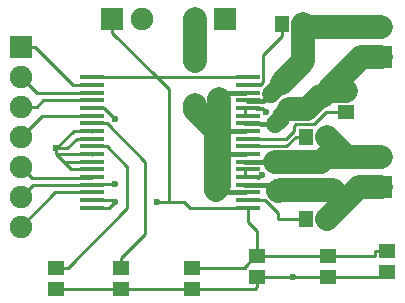
<source format=gbr>
G04 #@! TF.FileFunction,Copper,L1,Top,Signal*
%FSLAX46Y46*%
G04 Gerber Fmt 4.6, Leading zero omitted, Abs format (unit mm)*
G04 Created by KiCad (PCBNEW 4.0.5) date Tuesday, 21 March 2017 'PMt' 17:51:32*
%MOMM*%
%LPD*%
G01*
G04 APERTURE LIST*
%ADD10C,0.100000*%
%ADD11R,1.900000X1.900000*%
%ADD12C,1.900000*%
%ADD13R,1.150000X1.450000*%
%ADD14R,1.450000X1.150000*%
%ADD15R,2.000001X0.399999*%
%ADD16C,0.600000*%
%ADD17C,0.250000*%
%ADD18C,0.400000*%
%ADD19C,1.500000*%
%ADD20C,2.000000*%
G04 APERTURE END LIST*
D10*
D11*
X210000000Y-114270000D03*
D12*
X210000000Y-111730000D03*
D13*
X203600000Y-110000000D03*
X205400000Y-110000000D03*
X203600000Y-117000000D03*
X205400000Y-117000000D03*
D14*
X207000000Y-107900000D03*
X207000000Y-106100000D03*
X199500000Y-120100000D03*
X199500000Y-121900000D03*
X210500000Y-119700000D03*
X210500000Y-121500000D03*
X205500000Y-120100000D03*
X205500000Y-121900000D03*
X194000000Y-121100000D03*
X194000000Y-122900000D03*
X182500000Y-122900000D03*
X182500000Y-121100000D03*
X188000000Y-121100000D03*
X188000000Y-122900000D03*
D11*
X179500000Y-102380000D03*
D12*
X179500000Y-104920000D03*
X179500000Y-107460000D03*
X179500000Y-110000000D03*
X179500000Y-112540000D03*
X179500000Y-115080000D03*
X179500000Y-117620000D03*
D11*
X210000000Y-103270000D03*
D12*
X210000000Y-100730000D03*
D11*
X196770000Y-100000000D03*
D12*
X194230000Y-100000000D03*
D11*
X187230000Y-100000000D03*
D12*
X189770000Y-100000000D03*
D13*
X201600000Y-100500000D03*
X203400000Y-100500000D03*
D15*
X185500000Y-104975000D03*
X198700000Y-104975000D03*
X185500000Y-105625000D03*
X198700000Y-105625000D03*
X185500000Y-106275000D03*
X198700000Y-106275000D03*
X185500000Y-106925000D03*
X198700000Y-106925000D03*
X185500000Y-107575000D03*
X198700000Y-107575000D03*
X185500000Y-108225000D03*
X198700000Y-108225000D03*
X185500000Y-108875000D03*
X198700000Y-108875000D03*
X185500000Y-109525000D03*
X198700000Y-109525000D03*
X185500000Y-110175000D03*
X198700000Y-110175000D03*
X185500000Y-110825000D03*
X198700000Y-110825000D03*
X185500000Y-111475000D03*
X198700000Y-111475000D03*
X185500000Y-112125000D03*
X198700000Y-112125000D03*
X185500000Y-112775000D03*
X198700000Y-112775000D03*
X185500000Y-113425000D03*
X198700000Y-113425000D03*
X185500000Y-114075000D03*
X198700000Y-114075000D03*
X185500000Y-114725000D03*
X198700000Y-114725000D03*
X185500000Y-115375000D03*
X198700000Y-115375000D03*
X185500000Y-116025000D03*
X198700000Y-116025000D03*
D16*
X191000000Y-115500000D03*
X187500000Y-115500000D03*
X200275000Y-107900000D03*
X199907548Y-113226415D03*
X202500000Y-121900000D03*
X182500000Y-111000000D03*
X187500000Y-114000000D03*
X187500000Y-108500000D03*
X194250000Y-107350000D03*
X194230000Y-103629990D03*
D17*
X207000000Y-107900000D02*
X205350000Y-107900000D01*
X205350000Y-107900000D02*
X204300001Y-108949999D01*
X204300001Y-108949999D02*
X202764999Y-108949999D01*
X202764999Y-108949999D02*
X202638590Y-109076408D01*
X202638590Y-109076408D02*
X202638590Y-109500000D01*
X201963591Y-110174999D02*
X198500000Y-110174999D01*
X202638590Y-109500000D02*
X201963591Y-110174999D01*
D18*
X198500000Y-108874999D02*
X201058078Y-108966924D01*
X201058078Y-108966924D02*
X200966152Y-108874999D01*
D19*
X202216162Y-107624989D02*
X202175011Y-107624989D01*
X202175011Y-107624989D02*
X201525001Y-108274999D01*
X201525001Y-108274999D02*
X201525001Y-108500001D01*
X201525001Y-108500001D02*
X201058078Y-108966924D01*
D20*
X207000000Y-106100000D02*
X205500000Y-106100000D01*
X204801164Y-106574990D02*
X203751165Y-107624989D01*
X203751165Y-107624989D02*
X202216162Y-107624989D01*
X205500000Y-106100000D02*
X205500000Y-106149989D01*
X205500000Y-106149989D02*
X205074999Y-106574990D01*
X205074999Y-106574990D02*
X204801164Y-106574990D01*
D18*
X200966152Y-108874999D02*
X200991162Y-108849989D01*
D20*
X210000000Y-103270000D02*
X208330000Y-103270000D01*
X208330000Y-103270000D02*
X205500000Y-106100000D01*
D17*
X201949999Y-110825001D02*
X202775000Y-110000000D01*
X202775000Y-110000000D02*
X203600000Y-110000000D01*
X198500000Y-110825001D02*
X201949999Y-110825001D01*
D18*
X198500000Y-112125001D02*
X201345003Y-112125001D01*
X201345003Y-112125001D02*
X201370013Y-112150011D01*
D20*
X201370013Y-112150011D02*
X201051146Y-112150011D01*
X202498836Y-112150011D02*
X201370013Y-112150011D01*
X207130000Y-111730000D02*
X205330002Y-111730000D01*
X205330002Y-111730000D02*
X204909991Y-112150011D01*
X204909991Y-112150011D02*
X202498836Y-112150011D01*
X210000000Y-111730000D02*
X207130000Y-111730000D01*
X207130000Y-111730000D02*
X205400000Y-110000000D01*
D17*
X205400000Y-110150000D02*
X205400000Y-110000000D01*
X198700000Y-115375000D02*
X200201154Y-115375000D01*
X200201154Y-115375000D02*
X201260002Y-116433848D01*
X201260002Y-116433848D02*
X201260002Y-117000000D01*
X198500000Y-115374999D02*
X199635001Y-115374999D01*
X202775000Y-117000000D02*
X203600000Y-117000000D01*
X201260002Y-117000000D02*
X202775000Y-117000000D01*
D18*
X198500000Y-114074999D02*
X200774999Y-114074999D01*
X200774999Y-114074999D02*
X201300000Y-114600000D01*
D20*
X201300000Y-114600000D02*
X201400000Y-114500000D01*
X205900000Y-114500000D02*
X201400000Y-114500000D01*
X206900000Y-115500000D02*
X205400000Y-117000000D01*
X208130000Y-114270000D02*
X206900000Y-115500000D01*
X206900000Y-115500000D02*
X205900000Y-114500000D01*
X210000000Y-114270000D02*
X208130000Y-114270000D01*
D18*
X209770000Y-114500000D02*
X210000000Y-114270000D01*
D17*
X193800000Y-116025000D02*
X198700000Y-116025000D01*
X198700000Y-117225000D02*
X198700000Y-116025000D01*
X199500000Y-118025000D02*
X198700000Y-117225000D01*
X205500000Y-120100000D02*
X209500000Y-120100000D01*
X199500000Y-120100000D02*
X205500000Y-120100000D01*
X192000000Y-115500000D02*
X193275000Y-115500000D01*
X191000000Y-115500000D02*
X192000000Y-115500000D01*
X187230000Y-101200000D02*
X191000000Y-104970000D01*
X191000000Y-104970000D02*
X191005000Y-104975000D01*
X192000000Y-115500000D02*
X192000000Y-105970000D01*
X192000000Y-105970000D02*
X191000000Y-104970000D01*
X209500000Y-120100000D02*
X209500000Y-119725000D01*
X209500000Y-119725000D02*
X209525000Y-119700000D01*
X209525000Y-119700000D02*
X210500000Y-119700000D01*
X193800000Y-116025000D02*
X193275000Y-115500000D01*
X191005000Y-104975000D02*
X193500000Y-104975000D01*
X193500000Y-104975000D02*
X195000000Y-104975000D01*
X195000000Y-104975000D02*
X197250000Y-104975000D01*
X197250000Y-104975000D02*
X198500000Y-104975000D01*
X194000000Y-121100000D02*
X198350000Y-121100000D01*
X198350000Y-121100000D02*
X198525000Y-120925000D01*
X198525000Y-121075000D02*
X198525000Y-120925000D01*
X198500000Y-121100000D02*
X198525000Y-121075000D01*
X198525000Y-120925000D02*
X199350000Y-120100000D01*
X199350000Y-120100000D02*
X199500000Y-120100000D01*
X199500000Y-120100000D02*
X199500000Y-118025000D01*
X185500000Y-116025000D02*
X186975000Y-116025000D01*
X186975000Y-116025000D02*
X187500000Y-115500000D01*
X185500000Y-115374999D02*
X187374999Y-115374999D01*
X187374999Y-115374999D02*
X187500000Y-115500000D01*
X185500000Y-104975000D02*
X191005000Y-104975000D01*
X187230000Y-100000000D02*
X187230000Y-101200000D01*
X185500000Y-116025000D02*
X186300001Y-116025000D01*
X186300001Y-104975000D02*
X185500000Y-104975000D01*
X197699999Y-116025000D02*
X198500000Y-116025000D01*
X198700000Y-107575000D02*
X199950000Y-107575000D01*
X199950000Y-107575000D02*
X200275000Y-107900000D01*
X198700000Y-107575000D02*
X199995859Y-107675000D01*
X200125000Y-107675000D02*
X199995859Y-107675000D01*
X198500000Y-108225001D02*
X198500000Y-107575000D01*
X199500000Y-113425000D02*
X198500000Y-113425000D01*
X199907548Y-113226415D02*
X199607549Y-113526414D01*
X199607549Y-113526414D02*
X199601414Y-113526414D01*
X199601414Y-113526414D02*
X199500000Y-113425000D01*
X198500000Y-112774999D02*
X198500000Y-113425000D01*
X202500000Y-121900000D02*
X204500000Y-121900000D01*
X199500000Y-121900000D02*
X202500000Y-121900000D01*
X188000000Y-122900000D02*
X182500000Y-122900000D01*
X205500000Y-121900000D02*
X210100000Y-121900000D01*
X210100000Y-121900000D02*
X210500000Y-121500000D01*
X183424999Y-111000000D02*
X182500000Y-111000000D01*
X185500000Y-110174999D02*
X184250000Y-110174999D01*
X184250000Y-110174999D02*
X183424999Y-111000000D01*
X185500000Y-111474999D02*
X182525001Y-111474999D01*
X182525001Y-111474999D02*
X182500000Y-111500000D01*
X185500000Y-112125001D02*
X183125001Y-112125001D01*
X183125001Y-112125001D02*
X182500000Y-111500000D01*
X182500000Y-111500000D02*
X183774999Y-112774999D01*
X183774999Y-112774999D02*
X185500000Y-112774999D01*
X182500000Y-111000000D02*
X182500000Y-111500000D01*
X184000000Y-109500000D02*
X182500000Y-111000000D01*
X184674998Y-109500000D02*
X184000000Y-109500000D01*
X185500000Y-109525001D02*
X184699999Y-109525001D01*
X184699999Y-109525001D02*
X184674998Y-109500000D01*
X194000000Y-122900000D02*
X199325000Y-122900000D01*
X199325000Y-122900000D02*
X199500000Y-122725000D01*
X199500000Y-122725000D02*
X199500000Y-121900000D01*
X188000000Y-122900000D02*
X194000000Y-122900000D01*
X204500000Y-121900000D02*
X205475000Y-121900000D01*
X198500000Y-113425000D02*
X198500000Y-113374998D01*
X198500000Y-112774999D02*
X198500000Y-112825003D01*
X198500000Y-108225001D02*
X198500000Y-108174998D01*
X198500000Y-107575000D02*
X198500000Y-107625003D01*
X185500000Y-110174999D02*
X185500000Y-110125000D01*
X185500000Y-109525001D02*
X185500000Y-109575001D01*
X185500000Y-111474999D02*
X185500000Y-111525003D01*
X185500000Y-112774999D02*
X185500000Y-112724999D01*
X188500000Y-116075000D02*
X188500000Y-112500000D01*
X182500000Y-121100000D02*
X183475000Y-121100000D01*
X183475000Y-121100000D02*
X188500000Y-116075000D01*
X188500000Y-112575001D02*
X186750000Y-110825001D01*
X186750000Y-110825001D02*
X185500000Y-110825001D01*
X188000000Y-121100000D02*
X188000000Y-120275000D01*
X188000000Y-120275000D02*
X190000000Y-118275000D01*
X190000000Y-118275000D02*
X190000000Y-112124999D01*
X190000000Y-112124999D02*
X186750000Y-108874999D01*
X186750000Y-108874999D02*
X185500000Y-108874999D01*
X179500000Y-102380000D02*
X180700000Y-102380000D01*
X180700000Y-102380000D02*
X183945001Y-105625001D01*
X183945001Y-105625001D02*
X184250000Y-105625001D01*
X184250000Y-105625001D02*
X185500000Y-105625001D01*
X179500000Y-104920000D02*
X180855000Y-106275000D01*
X180855000Y-106275000D02*
X185500000Y-106275000D01*
X179500000Y-107460000D02*
X180843502Y-107460000D01*
X180843502Y-107460000D02*
X181378501Y-106925001D01*
X181378501Y-106925001D02*
X184250000Y-106925001D01*
X184250000Y-106925001D02*
X185500000Y-106925001D01*
X179500000Y-110000000D02*
X181274999Y-108225001D01*
X181274999Y-108225001D02*
X185500000Y-108225001D01*
X179500000Y-112540000D02*
X180449999Y-113489999D01*
X180449999Y-113489999D02*
X185435001Y-113489999D01*
X185435001Y-113489999D02*
X185500000Y-113425000D01*
X187500000Y-114000000D02*
X185574999Y-114000000D01*
X185574999Y-114000000D02*
X185500000Y-114074999D01*
X185500000Y-107575000D02*
X186575000Y-107575000D01*
X186575000Y-107575000D02*
X187500000Y-108500000D01*
X179500000Y-115080000D02*
X180505001Y-114074999D01*
X180505001Y-114074999D02*
X185500000Y-114074999D01*
X179500000Y-117620000D02*
X182395000Y-114725000D01*
X182395000Y-114725000D02*
X185500000Y-114725000D01*
D20*
X203400000Y-100500000D02*
X203400000Y-101600000D01*
X203400000Y-101600000D02*
X203375001Y-101624999D01*
X203375001Y-101624999D02*
X203375001Y-103624999D01*
X203375001Y-103624999D02*
X201575021Y-105424979D01*
D18*
X200650002Y-106349998D02*
X200025000Y-106975000D01*
X200025000Y-106975000D02*
X198750000Y-106975000D01*
X198750000Y-106975000D02*
X198700000Y-106925000D01*
X200650002Y-106349998D02*
X200131792Y-106868208D01*
D19*
X201575021Y-105424979D02*
X200650002Y-106349998D01*
D20*
X210000000Y-100730000D02*
X203630000Y-100730000D01*
X203630000Y-100730000D02*
X203400000Y-100500000D01*
D18*
X198500000Y-106275000D02*
X196810001Y-106275000D01*
X196810001Y-106275000D02*
X196299999Y-106785002D01*
D20*
X196299999Y-107700001D02*
X196299999Y-114200001D01*
X196299999Y-114200001D02*
X196000000Y-114500000D01*
D18*
X198500000Y-109525001D02*
X196000737Y-109525001D01*
X196000737Y-109525001D02*
X196000000Y-109524264D01*
D20*
X196000000Y-114500000D02*
X196000000Y-111500000D01*
X196000000Y-111500000D02*
X196000000Y-109524264D01*
D18*
X198500000Y-111474999D02*
X196025001Y-111474999D01*
X196025001Y-111474999D02*
X196000000Y-111500000D01*
X198500000Y-114725000D02*
X196225000Y-114725000D01*
X196225000Y-114725000D02*
X196000000Y-114500000D01*
X196589998Y-106785002D02*
X196299999Y-106785002D01*
D20*
X196000000Y-109524264D02*
X196000000Y-108000000D01*
X196000000Y-108000000D02*
X196299999Y-107700001D01*
X196299999Y-107700001D02*
X196299999Y-106785002D01*
X194250000Y-107350000D02*
X194250000Y-107774264D01*
X194250000Y-107774264D02*
X196000000Y-109524264D01*
X194230000Y-100000000D02*
X194230000Y-103629990D01*
D17*
X200075000Y-103000000D02*
X201600000Y-101475000D01*
X199750000Y-105625001D02*
X200025002Y-105349999D01*
X200025002Y-105349999D02*
X200025002Y-103049998D01*
X200025002Y-103049998D02*
X200075000Y-103000000D01*
X198500000Y-105625001D02*
X199750000Y-105625001D01*
X199750000Y-105625001D02*
X199825002Y-105549999D01*
X201600000Y-101475000D02*
X201600000Y-100500000D01*
M02*

</source>
